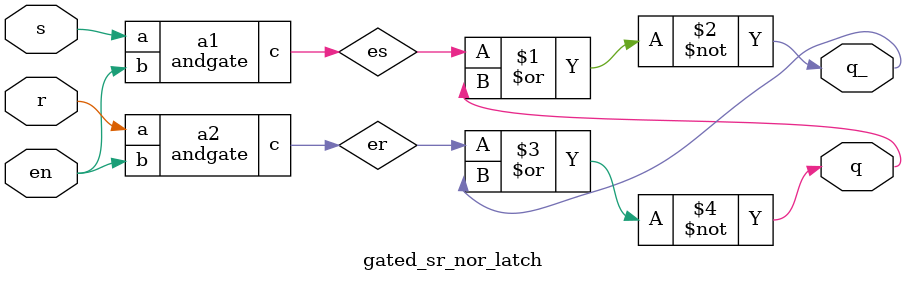
<source format=v>
module andgate(output c, input a, b);
	wire a_, b_;
	nor n1 (a_, a, a);
	nor n2 (b_, b, b);
	nor n3 (c, a_, b_);
endmodule

module gated_sr_nor_latch(input s, r, en, output q, q_);
	wire es, er;
	
	andgate a1 (es, s ,en);
	andgate a2 (er, r, en);
	
	nor n4 (q_, es, q);
	nor n5 (q, er, q_);

endmodule

</source>
